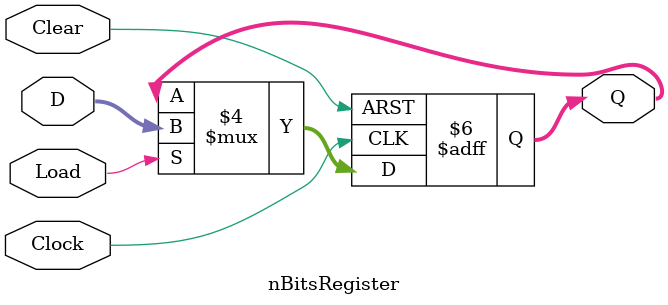
<source format=v>
module nBitsRegister(Load,Clear,Clock,D,Q);
  parameter     n=8;
  input         Load,Clear,Clock;
  input         [n-1:0]D;
  output reg    [n-1:0]Q;
  
  always@(posedge Clock,negedge Clear)
   begin 
    if(!Clear)
      Q <= 0;
    else
     begin 
      if(Load)
        Q <= D;
      else  
        Q <= Q;
     end
   end  
        
   endmodule 
</source>
